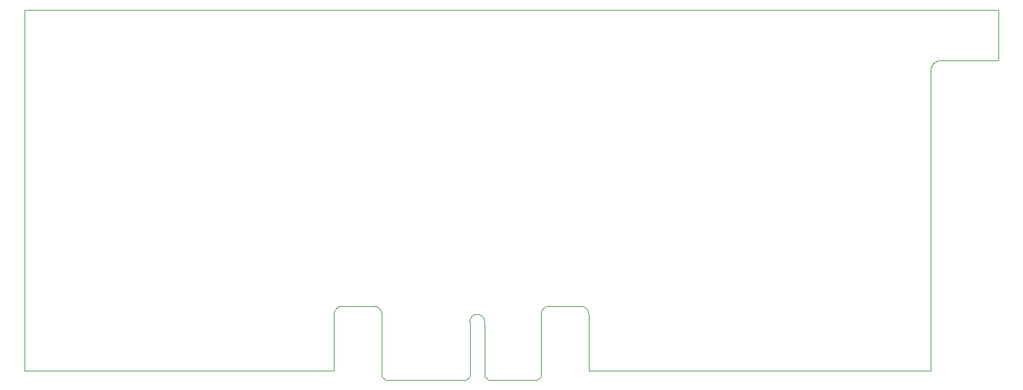
<source format=gbr>
G04 #@! TF.GenerationSoftware,KiCad,Pcbnew,(5.1.5)-3*
G04 #@! TF.CreationDate,2020-01-12T10:36:32-08:00*
G04 #@! TF.ProjectId,pin_driver,70696e5f-6472-4697-9665-722e6b696361,rev?*
G04 #@! TF.SameCoordinates,Original*
G04 #@! TF.FileFunction,Profile,NP*
%FSLAX46Y46*%
G04 Gerber Fmt 4.6, Leading zero omitted, Abs format (unit mm)*
G04 Created by KiCad (PCBNEW (5.1.5)-3) date 2020-01-12 10:36:32*
%MOMM*%
%LPD*%
G04 APERTURE LIST*
%ADD10C,0.100000*%
G04 APERTURE END LIST*
D10*
X90250000Y-165100000D02*
X90250000Y-157950000D01*
X90250000Y-157950000D02*
G75*
G02X91300000Y-156900000I1050000J0D01*
G01*
X122750000Y-165100000D02*
X166370000Y-165100000D01*
X122750000Y-157950000D02*
G75*
G03X121700000Y-156900000I-1050000J0D01*
G01*
X117700000Y-156900000D02*
X121700000Y-156900000D01*
X117700000Y-156900000D02*
G75*
G03X116650000Y-157950000I0J-1050000D01*
G01*
X122750000Y-165100000D02*
X122750000Y-157950000D01*
X50800000Y-165100000D02*
X90250000Y-165100000D01*
X95300000Y-156900000D02*
X91300000Y-156900000D01*
X95300000Y-156900000D02*
G75*
G02X96350000Y-157950000I0J-1050000D01*
G01*
X166370000Y-126873000D02*
G75*
G02X167640000Y-125603000I1270000J0D01*
G01*
X175000000Y-125603000D02*
X167640000Y-125603000D01*
X175000000Y-119126000D02*
X175000000Y-125603000D01*
X166370000Y-119126000D02*
X175000000Y-119126000D01*
X50800000Y-119126000D02*
X166370000Y-119126000D01*
X50800000Y-165100000D02*
X50800000Y-119126000D01*
X166370000Y-126873000D02*
X166370000Y-165100000D01*
X107550000Y-158900000D02*
G75*
G02X109450000Y-158900000I950000J0D01*
G01*
X116650000Y-165850000D02*
X116150000Y-166350000D01*
X109450000Y-165850000D02*
X109950000Y-166350000D01*
X107550000Y-165850000D02*
X107050000Y-166350000D01*
X96350000Y-165850000D02*
X96850000Y-166350000D01*
X109950000Y-166350000D02*
X116150000Y-166350000D01*
X116650000Y-157950000D02*
X116650000Y-165850000D01*
X96850000Y-166350000D02*
X107050000Y-166350000D01*
X96350000Y-157950000D02*
X96350000Y-165850000D01*
X109450000Y-158900000D02*
X109450000Y-165850000D01*
X107550000Y-158900000D02*
X107550000Y-165850000D01*
M02*

</source>
